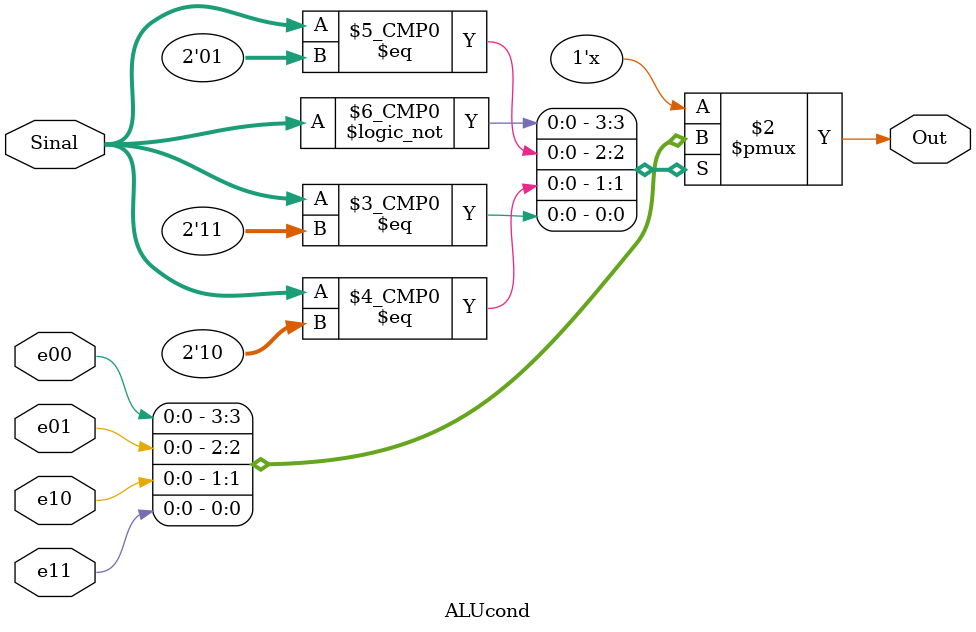
<source format=v>
module ALUcond(e00, e01, e10, e11, Sinal, Out);

input wire e00, e01, e10, e11; // entradas
input wire [1:0] Sinal; // controle
output reg Out; // saída

always @(*) begin
	case(Sinal)
		3'b00: Out = e00;
		3'b01: Out = e01;
		3'b10: Out = e10;
		3'b11: Out = e11;
	endcase
end
endmodule 
</source>
